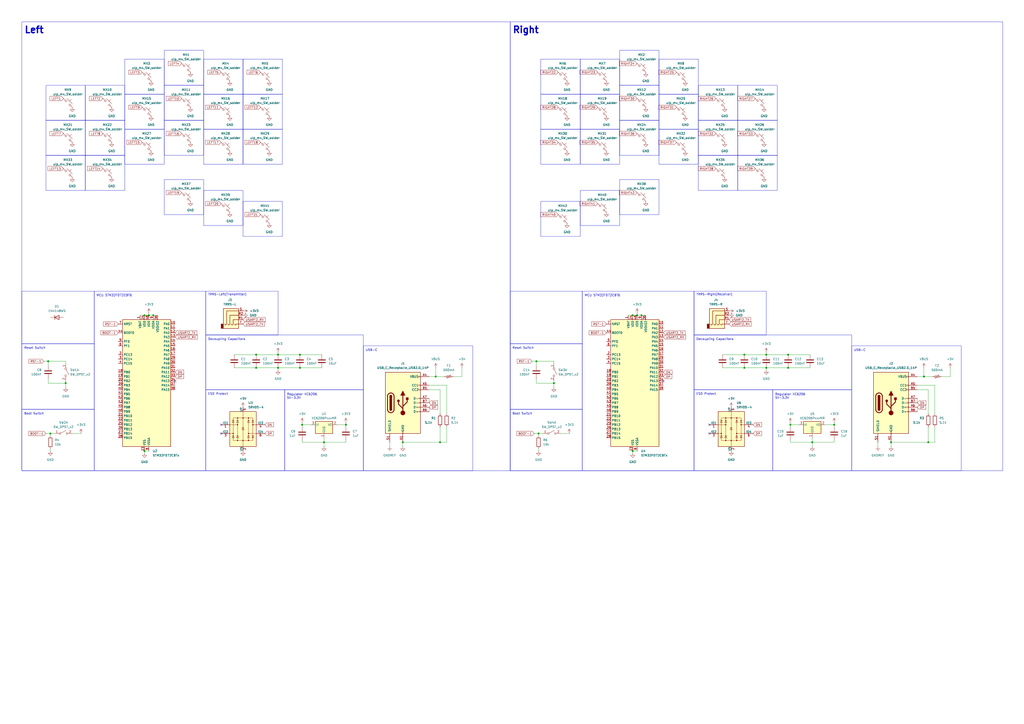
<source format=kicad_sch>
(kicad_sch (version 20250114) (generator "eeschema") (generator_version "9.0")
  (paper "A2")
  (rectangle (start 140.97 116.84) (end 163.83 137.16))
  (rectangle (start 95.25 29.21) (end 118.11 49.53))
  (rectangle (start 12.7 199.39) (end 54.61 237.49))
  (rectangle (start 427.99 69.85) (end 450.85 90.17))
  (rectangle (start 313.69 74.93) (end 336.55 95.25))
  (rectangle (start 119.38 226.06) (end 165.1 273.05))
  (rectangle (start 427.99 49.53) (end 450.85 69.85))
  (rectangle (start 359.41 104.14) (end 382.27 124.46))
  (rectangle (start 49.53 90.17) (end 72.39 110.49))
  (rectangle (start 313.69 116.84) (end 336.55 137.16))
  (rectangle (start 26.67 49.53) (end 49.53 69.85))
  (rectangle (start 165.1 226.06) (end 210.82 273.05))
  (rectangle (start 140.97 54.61) (end 163.83 74.93))
  (rectangle (start 49.53 49.53) (end 72.39 69.85))
  (rectangle (start 427.99 90.17) (end 450.85 110.49))
  (rectangle (start 210.82 200.66) (end 274.32 273.05))
  (rectangle (start 119.38 194.31) (end 210.82 226.06))
  (rectangle (start 72.39 54.61) (end 95.25 74.93))
  (rectangle (start 49.53 69.85) (end 72.39 90.17))
  (rectangle (start 402.59 226.06) (end 448.31 273.05))
  (rectangle (start 359.41 49.53) (end 382.27 69.85))
  (rectangle (start 313.69 34.29) (end 336.55 54.61))
  (rectangle (start 118.11 74.93) (end 140.97 95.25))
  (rectangle (start 118.11 54.61) (end 140.97 74.93))
  (rectangle (start 382.27 34.29) (end 405.13 54.61))
  (rectangle (start 336.55 74.93) (end 359.41 95.25))
  (rectangle (start 12.7 168.91) (end 54.61 199.39))
  (rectangle (start 402.59 194.31) (end 494.03 226.06))
  (rectangle (start 118.11 110.49) (end 140.97 130.81))
  (rectangle (start 95.25 49.53) (end 118.11 69.85))
  (rectangle (start 95.25 69.85) (end 118.11 90.17))
  (rectangle (start 405.13 49.53) (end 427.99 69.85))
  (rectangle (start 140.97 34.29) (end 163.83 54.61))
  (rectangle (start 72.39 34.29) (end 95.25 54.61))
  (rectangle (start 336.55 54.61) (end 359.41 74.93))
  (rectangle (start 26.67 90.17) (end 49.53 110.49))
  (rectangle (start 405.13 69.85) (end 427.99 90.17))
  (rectangle (start 54.61 168.91) (end 119.38 273.05))
  (rectangle (start 402.59 168.91) (end 444.5 194.31))
  (rectangle (start 494.03 200.66) (end 557.53 273.05))
  (rectangle (start 382.27 54.61) (end 405.13 74.93))
  (rectangle (start 140.97 74.93) (end 163.83 95.25))
  (rectangle (start 295.91 168.91) (end 337.82 199.39))
  (rectangle (start 118.11 34.29) (end 140.97 54.61))
  (rectangle (start 95.25 104.14) (end 118.11 124.46))
  (rectangle (start 405.13 90.17) (end 427.99 110.49))
  (rectangle (start 295.91 237.49) (end 337.82 273.05))
  (rectangle (start 119.38 168.91) (end 161.29 194.31))
  (rectangle (start 26.67 69.85) (end 49.53 90.17))
  (rectangle (start 295.91 12.7) (end 581.66 273.05))
  (rectangle (start 382.27 74.93) (end 405.13 95.25))
  (rectangle (start 336.55 34.29) (end 359.41 54.61))
  (rectangle (start 295.91 199.39) (end 337.82 237.49))
  (rectangle (start 448.31 226.06) (end 494.03 273.05))
  (rectangle (start 72.39 74.93) (end 95.25 95.25))
  (rectangle (start 313.69 54.61) (end 336.55 74.93))
  (rectangle (start 337.82 168.91) (end 402.59 273.05))
  (rectangle (start 12.7 237.49) (end 54.61 273.05))
  (rectangle (start 359.41 69.85) (end 382.27 90.17))
  (rectangle (start 12.7 12.7) (end 295.91 273.05))
  (rectangle (start 336.55 110.49) (end 359.41 130.81))
  (rectangle (start 359.41 29.21) (end 382.27 49.53))
  (text "ESD Protect" (at 120.65 228.6 0) (effects (font (size 1.27 1.27)) (justify left)))
  (text "Left" (at 13.97 15.24 0) (effects (font (size 3.81 3.81) (thickness 0.762) (bold yes)) (justify left top)))
  (text "Regulator XC6206\n5V-3.3V\n" (at 166.37 229.87 0) (effects (font (size 1.27 1.27)) (justify left)))
  (text "Boot Switch\n" (at 297.18 240.03 0) (effects (font (size 1.27 1.27)) (justify left)))
  (text "TRRS-Left(Transmitter)" (at 120.65 170.18 0) (effects (font (size 1.27 1.27)) (justify left top)))
  (text "Boot Switch\n" (at 13.97 240.03 0) (effects (font (size 1.27 1.27)) (justify left)))
  (text "Decoupling Capacitors\n" (at 120.65 196.85 0) (effects (font (size 1.27 1.27)) (justify left)))
  (text "USB-C" (at 212.09 203.2 0) (effects (font (size 1.27 1.27)) (justify left)))
  (text "Reset Switch\n" (at 297.18 201.93 0) (effects (font (size 1.27 1.27)) (justify left)))
  (text "Reset Switch\n" (at 13.97 201.93 0) (effects (font (size 1.27 1.27)) (justify left)))
  (text "Right" (at 297.18 15.24 0) (effects (font (size 3.81 3.81) (thickness 0.762) (bold yes)) (justify left top)))
  (text "Regulator XC6206\n5V-3.3V\n" (at 449.58 229.87 0) (effects (font (size 1.27 1.27)) (justify left)))
  (text "MCU STM32F072CBT6" (at 339.09 171.45 0) (effects (font (size 1.27 1.27)) (justify left)))
  (text "MCU STM32F072CBT6" (at 55.88 171.45 0) (effects (font (size 1.27 1.27)) (justify left)))
  (text "ESD Protect" (at 403.86 228.6 0) (effects (font (size 1.27 1.27)) (justify left)))
  (text "USB-C" (at 495.3 203.2 0) (effects (font (size 1.27 1.27)) (justify left)))
  (text "Decoupling Capacitors\n" (at 403.86 196.85 0) (effects (font (size 1.27 1.27)) (justify left)))
  (text "TRRS-Right(Receiver)" (at 403.86 170.18 0) (effects (font (size 1.27 1.27)) (justify left top)))
  (junction (at 312.42 251.46))
  (junction (at 173.99 205.74))
  (junction (at 444.5 213.36))
  (junction (at 372.11 182.88))
  (junction (at 458.47 246.38))
  (junction (at 431.8 213.36))
  (junction (at 321.31 222.25))
  (junction (at 86.36 182.88))
  (junction (at 148.59 213.36))
  (junction (at 83.82 261.62))
  (junction (at 233.68 256.54))
  (junction (at 187.96 256.54))
  (junction (at 538.48 256.54))
  (junction (at 27.94 209.55))
  (junction (at 431.8 205.74))
  (junction (at 200.66 246.38))
  (junction (at 367.03 261.62))
  (junction (at 175.26 246.38))
  (junction (at 369.57 182.88))
  (junction (at 483.87 246.38))
  (junction (at 367.03 182.88))
  (junction (at 173.99 213.36))
  (junction (at 29.21 251.46))
  (junction (at 516.89 256.54))
  (junction (at 471.17 256.54))
  (junction (at 161.29 205.74))
  (junction (at 444.5 205.74))
  (junction (at 88.9 182.88))
  (junction (at 457.2 205.74))
  (junction (at 255.27 256.54))
  (junction (at 83.82 182.88))
  (junction (at 252.73 218.44))
  (junction (at 161.29 213.36))
  (junction (at 535.94 218.44))
  (junction (at 311.15 209.55))
  (junction (at 38.1 222.25))
  (junction (at 148.59 205.74))
  (junction (at 457.2 213.36))
  (no_connect (at 411.48 246.38))
  (no_connect (at 384.81 220.98))
  (no_connect (at 411.48 251.46))
  (no_connect (at 128.27 246.38))
  (no_connect (at 128.27 251.46))
  (no_connect (at 101.6 220.98))
  (wire (pts (xy 321.31 209.55) (xy 321.31 210.82)))
  (wire (pts (xy 532.13 223.52) (xy 542.29 223.52)))
  (wire (pts (xy 463.55 246.38) (xy 458.47 246.38)))
  (wire (pts (xy 27.94 222.25) (xy 38.1 222.25)))
  (wire (pts (xy 311.15 222.25) (xy 321.31 222.25)))
  (wire (pts (xy 226.06 259.08) (xy 226.06 256.54)))
  (wire (pts (xy 471.17 256.54) (xy 471.17 259.08)))
  (wire (pts (xy 248.92 218.44) (xy 252.73 218.44)))
  (wire (pts (xy 458.47 256.54) (xy 471.17 256.54)))
  (wire (pts (xy 267.97 213.36) (xy 267.97 218.44)))
  (wire (pts (xy 255.27 226.06) (xy 255.27 240.03)))
  (wire (pts (xy 248.92 226.06) (xy 255.27 226.06)))
  (wire (pts (xy 516.89 256.54) (xy 538.48 256.54)))
  (wire (pts (xy 161.29 205.74) (xy 173.99 205.74)))
  (wire (pts (xy 248.92 231.14) (xy 248.92 233.68)))
  (wire (pts (xy 83.82 182.88) (xy 86.36 182.88)))
  (wire (pts (xy 538.48 256.54) (xy 542.29 256.54)))
  (wire (pts (xy 457.2 205.74) (xy 469.9 205.74)))
  (wire (pts (xy 161.29 213.36) (xy 173.99 213.36)))
  (wire (pts (xy 535.94 218.44) (xy 541.02 218.44)))
  (wire (pts (xy 38.1 222.25) (xy 38.1 224.79)))
  (wire (pts (xy 471.17 256.54) (xy 483.87 256.54)))
  (wire (pts (xy 259.08 223.52) (xy 259.08 240.03)))
  (wire (pts (xy 369.57 181.61) (xy 369.57 182.88)))
  (wire (pts (xy 27.94 209.55) (xy 27.94 212.09)))
  (wire (pts (xy 444.5 213.36) (xy 444.5 214.63)))
  (wire (pts (xy 419.1 213.36) (xy 431.8 213.36)))
  (wire (pts (xy 309.88 251.46) (xy 312.42 251.46)))
  (wire (pts (xy 532.13 231.14) (xy 532.13 233.68)))
  (wire (pts (xy 195.58 246.38) (xy 200.66 246.38)))
  (wire (pts (xy 27.94 209.55) (xy 38.1 209.55)))
  (wire (pts (xy 173.99 213.36) (xy 186.69 213.36)))
  (wire (pts (xy 83.82 261.62) (xy 86.36 261.62)))
  (wire (pts (xy 538.48 247.65) (xy 538.48 256.54)))
  (wire (pts (xy 535.94 213.36) (xy 535.94 218.44)))
  (wire (pts (xy 367.03 261.62) (xy 367.03 262.89)))
  (wire (pts (xy 233.68 256.54) (xy 255.27 256.54)))
  (wire (pts (xy 471.17 254) (xy 471.17 256.54)))
  (wire (pts (xy 200.66 246.38) (xy 200.66 247.65)))
  (wire (pts (xy 444.5 205.74) (xy 457.2 205.74)))
  (wire (pts (xy 27.94 219.71) (xy 27.94 222.25)))
  (wire (pts (xy 509.27 259.08) (xy 509.27 256.54)))
  (wire (pts (xy 248.92 236.22) (xy 248.92 238.76)))
  (wire (pts (xy 483.87 245.11) (xy 483.87 246.38)))
  (wire (pts (xy 26.67 251.46) (xy 29.21 251.46)))
  (wire (pts (xy 431.8 205.74) (xy 444.5 205.74)))
  (wire (pts (xy 135.89 205.74) (xy 148.59 205.74)))
  (wire (pts (xy 148.59 205.74) (xy 161.29 205.74)))
  (wire (pts (xy 444.5 204.47) (xy 444.5 205.74)))
  (wire (pts (xy 262.89 218.44) (xy 267.97 218.44)))
  (wire (pts (xy 173.99 205.74) (xy 186.69 205.74)))
  (wire (pts (xy 255.27 247.65) (xy 255.27 256.54)))
  (wire (pts (xy 321.31 222.25) (xy 321.31 220.98)))
  (wire (pts (xy 542.29 223.52) (xy 542.29 240.03)))
  (wire (pts (xy 551.18 213.36) (xy 551.18 218.44)))
  (wire (pts (xy 431.8 213.36) (xy 444.5 213.36)))
  (wire (pts (xy 29.21 251.46) (xy 29.21 252.73)))
  (wire (pts (xy 175.26 256.54) (xy 187.96 256.54)))
  (wire (pts (xy 478.79 246.38) (xy 483.87 246.38)))
  (wire (pts (xy 29.21 251.46) (xy 31.75 251.46)))
  (wire (pts (xy 200.66 255.27) (xy 200.66 256.54)))
  (wire (pts (xy 187.96 254) (xy 187.96 256.54)))
  (wire (pts (xy 233.68 259.08) (xy 233.68 256.54)))
  (wire (pts (xy 252.73 213.36) (xy 252.73 218.44)))
  (wire (pts (xy 83.82 261.62) (xy 83.82 262.89)))
  (wire (pts (xy 38.1 222.25) (xy 38.1 220.98)))
  (wire (pts (xy 538.48 226.06) (xy 538.48 240.03)))
  (wire (pts (xy 81.28 182.88) (xy 83.82 182.88)))
  (wire (pts (xy 311.15 209.55) (xy 311.15 212.09)))
  (wire (pts (xy 311.15 209.55) (xy 321.31 209.55)))
  (wire (pts (xy 161.29 213.36) (xy 161.29 214.63)))
  (wire (pts (xy 311.15 219.71) (xy 311.15 222.25)))
  (wire (pts (xy 175.26 246.38) (xy 175.26 247.65)))
  (wire (pts (xy 532.13 218.44) (xy 535.94 218.44)))
  (wire (pts (xy 41.91 251.46) (xy 46.99 251.46)))
  (wire (pts (xy 516.89 259.08) (xy 516.89 256.54)))
  (wire (pts (xy 175.26 255.27) (xy 175.26 256.54)))
  (wire (pts (xy 175.26 245.11) (xy 175.26 246.38)))
  (wire (pts (xy 161.29 204.47) (xy 161.29 205.74)))
  (wire (pts (xy 180.34 246.38) (xy 175.26 246.38)))
  (wire (pts (xy 187.96 256.54) (xy 200.66 256.54)))
  (wire (pts (xy 200.66 245.11) (xy 200.66 246.38)))
  (wire (pts (xy 25.4 209.55) (xy 27.94 209.55)))
  (wire (pts (xy 458.47 246.38) (xy 458.47 247.65)))
  (wire (pts (xy 325.12 251.46) (xy 330.2 251.46)))
  (wire (pts (xy 321.31 222.25) (xy 321.31 224.79)))
  (wire (pts (xy 255.27 256.54) (xy 259.08 256.54)))
  (wire (pts (xy 29.21 260.35) (xy 29.21 261.62)))
  (wire (pts (xy 483.87 246.38) (xy 483.87 247.65)))
  (wire (pts (xy 248.92 223.52) (xy 259.08 223.52)))
  (wire (pts (xy 419.1 205.74) (xy 431.8 205.74)))
  (wire (pts (xy 532.13 226.06) (xy 538.48 226.06)))
  (wire (pts (xy 483.87 255.27) (xy 483.87 256.54)))
  (wire (pts (xy 86.36 181.61) (xy 86.36 182.88)))
  (wire (pts (xy 532.13 236.22) (xy 532.13 238.76)))
  (wire (pts (xy 148.59 213.36) (xy 161.29 213.36)))
  (wire (pts (xy 312.42 251.46) (xy 314.96 251.46)))
  (wire (pts (xy 187.96 256.54) (xy 187.96 259.08)))
  (wire (pts (xy 369.57 182.88) (xy 372.11 182.88)))
  (wire (pts (xy 38.1 209.55) (xy 38.1 210.82)))
  (wire (pts (xy 457.2 213.36) (xy 469.9 213.36)))
  (wire (pts (xy 86.36 182.88) (xy 88.9 182.88)))
  (wire (pts (xy 259.08 247.65) (xy 259.08 256.54)))
  (wire (pts (xy 312.42 251.46) (xy 312.42 252.73)))
  (wire (pts (xy 135.89 213.36) (xy 148.59 213.36)))
  (wire (pts (xy 367.03 182.88) (xy 369.57 182.88)))
  (wire (pts (xy 444.5 213.36) (xy 457.2 213.36)))
  (wire (pts (xy 458.47 245.11) (xy 458.47 246.38)))
  (wire (pts (xy 546.1 218.44) (xy 551.18 218.44)))
  (wire (pts (xy 312.42 260.35) (xy 312.42 261.62)))
  (wire (pts (xy 367.03 261.62) (xy 369.57 261.62)))
  (wire (pts (xy 542.29 247.65) (xy 542.29 256.54)))
  (wire (pts (xy 88.9 182.88) (xy 91.44 182.88)))
  (wire (pts (xy 252.73 218.44) (xy 257.81 218.44)))
  (wire (pts (xy 364.49 182.88) (xy 367.03 182.88)))
  (wire (pts (xy 308.61 209.55) (xy 311.15 209.55)))
  (wire (pts (xy 458.47 255.27) (xy 458.47 256.54)))
  (wire (pts (xy 372.11 182.88) (xy 374.65 182.88)))
  (global_label "USART2_TX" (shape input) (at 101.6 193.04 0) (property "Intersheetrefs" "${INTERSHEET_REFS}" (effects (hide yes))))
  (global_label "RIGHT23" (shape input) (at 346.71 41.91 180) (property "Intersheetrefs" "${INTERSHEET_REFS}" (effects (hide yes))))
  (global_label "DN" (shape input) (at 101.6 215.9 0) (property "Intersheetrefs" "${INTERSHEET_REFS}" (effects (hide yes))))
  (global_label "LEFT6" (shape input) (at 151.13 41.91 180) (property "Intersheetrefs" "${INTERSHEET_REFS}" (effects (hide yes))))
  (global_label "LEFT5" (shape input) (at 128.27 41.91 180) (property "Intersheetrefs" "${INTERSHEET_REFS}" (effects (hide yes))))
  (global_label "USART2_RX" (shape input) (at 101.6 195.58 0) (property "Intersheetrefs" "${INTERSHEET_REFS}" (effects (hide yes))))
  (global_label "DN" (shape input) (at 532.13 233.68 0) (property "Intersheetrefs" "${INTERSHEET_REFS}" (effects (hide yes))))
  (global_label "DN" (shape input) (at 436.88 246.38 0) (property "Intersheetrefs" "${INTERSHEET_REFS}" (effects (hide yes))))
  (global_label "LEFT12" (shape input) (at 151.13 62.23 180) (property "Intersheetrefs" "${INTERSHEET_REFS}" (effects (hide yes))))
  (global_label "RIGHT24" (shape input) (at 369.57 36.83 180) (property "Intersheetrefs" "${INTERSHEET_REFS}" (effects (hide yes))))
  (global_label "RIGHT31" (shape input) (at 392.43 62.23 180) (property "Intersheetrefs" "${INTERSHEET_REFS}" (effects (hide yes))))
  (global_label "LEFT15" (shape input) (at 82.55 82.55 180) (property "Intersheetrefs" "${INTERSHEET_REFS}" (effects (hide yes))))
  (global_label "RIGHT29" (shape input) (at 346.71 62.23 180) (property "Intersheetrefs" "${INTERSHEET_REFS}" (effects (hide yes))))
  (global_label "BOOT-1" (shape input) (at 351.79 193.04 180) (property "Intersheetrefs" "${INTERSHEET_REFS}" (effects (hide yes))))
  (global_label "RIGHT26" (shape input) (at 415.29 57.15 180) (property "Intersheetrefs" "${INTERSHEET_REFS}" (effects (hide yes))))
  (global_label "RIGHT35" (shape input) (at 346.71 82.55 180) (property "Intersheetrefs" "${INTERSHEET_REFS}" (effects (hide yes))))
  (global_label "LEFT3" (shape input) (at 82.55 41.91 180) (property "Intersheetrefs" "${INTERSHEET_REFS}" (effects (hide yes))))
  (global_label "LEFT21" (shape input) (at 151.13 124.46 180) (property "Intersheetrefs" "${INTERSHEET_REFS}" (effects (hide yes))))
  (global_label "RST-1" (shape input) (at 68.58 187.96 180) (property "Intersheetrefs" "${INTERSHEET_REFS}" (effects (hide yes))))
  (global_label "LEFT1" (shape input) (at 36.83 57.15 180) (property "Intersheetrefs" "${INTERSHEET_REFS}" (effects (hide yes))))
  (global_label "LEFT8" (shape input) (at 59.69 77.47 180) (property "Intersheetrefs" "${INTERSHEET_REFS}" (effects (hide yes))))
  (global_label "BOOT-1" (shape input) (at 309.88 251.46 180) (property "Intersheetrefs" "${INTERSHEET_REFS}" (effects (hide yes))))
  (global_label "DP" (shape input) (at 248.92 236.22 0) (property "Intersheetrefs" "${INTERSHEET_REFS}" (effects (hide yes))))
  (global_label "USART2_TX" (shape input) (at 384.81 193.04 0) (property "Intersheetrefs" "${INTERSHEET_REFS}" (effects (hide yes))))
  (global_label "RIGHT37" (shape input) (at 392.43 82.55 180) (property "Intersheetrefs" "${INTERSHEET_REFS}" (effects (hide yes))))
  (global_label "USART2_TX" (shape input) (at 140.97 187.96 0) (property "Intersheetrefs" "${INTERSHEET_REFS}" (effects (hide yes))))
  (global_label "RST-1" (shape input) (at 25.4 209.55 180) (property "Intersheetrefs" "${INTERSHEET_REFS}" (effects (hide yes))))
  (global_label "LEFT20" (shape input) (at 128.27 118.11 180) (property "Intersheetrefs" "${INTERSHEET_REFS}" (effects (hide yes))))
  (global_label "RST-1" (shape input) (at 351.79 187.96 180) (property "Intersheetrefs" "${INTERSHEET_REFS}" (effects (hide yes))))
  (global_label "LEFT13" (shape input) (at 36.83 97.79 180) (property "Intersheetrefs" "${INTERSHEET_REFS}" (effects (hide yes))))
  (global_label "RIGHT32" (shape input) (at 415.29 77.47 180) (property "Intersheetrefs" "${INTERSHEET_REFS}" (effects (hide yes))))
  (global_label "LEFT4" (shape input) (at 105.41 36.83 180) (property "Intersheetrefs" "${INTERSHEET_REFS}" (effects (hide yes))))
  (global_label "LEFT16" (shape input) (at 105.41 77.47 180) (property "Intersheetrefs" "${INTERSHEET_REFS}" (effects (hide yes))))
  (global_label "DN" (shape input) (at 153.67 246.38 0) (property "Intersheetrefs" "${INTERSHEET_REFS}" (effects (hide yes))))
  (global_label "DP" (shape input) (at 384.81 218.44 0) (property "Intersheetrefs" "${INTERSHEET_REFS}" (effects (hide yes))))
  (global_label "USART2_RX" (shape input) (at 384.81 195.58 0) (property "Intersheetrefs" "${INTERSHEET_REFS}" (effects (hide yes))))
  (global_label "LEFT19" (shape input) (at 105.41 111.76 180) (property "Intersheetrefs" "${INTERSHEET_REFS}" (effects (hide yes))))
  (global_label "LEFT9" (shape input) (at 82.55 62.23 180) (property "Intersheetrefs" "${INTERSHEET_REFS}" (effects (hide yes))))
  (global_label "DP" (shape input) (at 532.13 236.22 0) (property "Intersheetrefs" "${INTERSHEET_REFS}" (effects (hide yes))))
  (global_label "USART2_RX" (shape input) (at 422.91 187.96 0) (property "Intersheetrefs" "${INTERSHEET_REFS}" (effects (hide yes))))
  (global_label "DP" (shape input) (at 153.67 251.46 0) (property "Intersheetrefs" "${INTERSHEET_REFS}" (effects (hide yes))))
  (global_label "RST-1" (shape input) (at 308.61 209.55 180) (property "Intersheetrefs" "${INTERSHEET_REFS}" (effects (hide yes))))
  (global_label "BOOT-1" (shape input) (at 68.58 193.04 180) (property "Intersheetrefs" "${INTERSHEET_REFS}" (effects (hide yes))))
  (global_label "DN" (shape input) (at 248.92 233.68 0) (property "Intersheetrefs" "${INTERSHEET_REFS}" (effects (hide yes))))
  (global_label "LEFT2" (shape input) (at 59.69 57.15 180) (property "Intersheetrefs" "${INTERSHEET_REFS}" (effects (hide yes))))
  (global_label "LEFT17" (shape input) (at 128.27 82.55 180) (property "Intersheetrefs" "${INTERSHEET_REFS}" (effects (hide yes))))
  (global_label "LEFT7" (shape input) (at 36.83 77.47 180) (property "Intersheetrefs" "${INTERSHEET_REFS}" (effects (hide yes))))
  (global_label "RIGHT36" (shape input) (at 369.57 77.47 180) (property "Intersheetrefs" "${INTERSHEET_REFS}" (effects (hide yes))))
  (global_label "RIGHT30" (shape input) (at 369.57 57.15 180) (property "Intersheetrefs" "${INTERSHEET_REFS}" (effects (hide yes))))
  (global_label "RIGHT42" (shape input) (at 369.57 111.76 180) (property "Intersheetrefs" "${INTERSHEET_REFS}" (effects (hide yes))))
  (global_label "LEFT11" (shape input) (at 128.27 62.23 180) (property "Intersheetrefs" "${INTERSHEET_REFS}" (effects (hide yes))))
  (global_label "DP" (shape input) (at 101.6 218.44 0) (property "Intersheetrefs" "${INTERSHEET_REFS}" (effects (hide yes))))
  (global_label "LEFT14" (shape input) (at 59.69 97.79 180) (property "Intersheetrefs" "${INTERSHEET_REFS}" (effects (hide yes))))
  (global_label "LEFT18" (shape input) (at 151.13 82.55 180) (property "Intersheetrefs" "${INTERSHEET_REFS}" (effects (hide yes))))
  (global_label "DN" (shape input) (at 384.81 215.9 0) (property "Intersheetrefs" "${INTERSHEET_REFS}" (effects (hide yes))))
  (global_label "RIGHT33" (shape input) (at 438.15 77.47 180) (property "Intersheetrefs" "${INTERSHEET_REFS}" (effects (hide yes))))
  (global_label "RIGHT22" (shape input) (at 323.85 41.91 180) (property "Intersheetrefs" "${INTERSHEET_REFS}" (effects (hide yes))))
  (global_label "RIGHT38" (shape input) (at 415.29 97.79 180) (property "Intersheetrefs" "${INTERSHEET_REFS}" (effects (hide yes))))
  (global_label "RIGHT41" (shape input) (at 346.71 118.11 180) (property "Intersheetrefs" "${INTERSHEET_REFS}" (effects (hide yes))))
  (global_label "USART2_RX" (shape input) (at 140.97 185.42 0) (property "Intersheetrefs" "${INTERSHEET_REFS}" (effects (hide yes))))
  (global_label "RIGHT28" (shape input) (at 323.85 62.23 180) (property "Intersheetrefs" "${INTERSHEET_REFS}" (effects (hide yes))))
  (global_label "USART2_TX" (shape input) (at 422.91 185.42 0) (property "Intersheetrefs" "${INTERSHEET_REFS}" (effects (hide yes))))
  (global_label "LEFT10" (shape input) (at 105.41 57.15 180) (property "Intersheetrefs" "${INTERSHEET_REFS}" (effects (hide yes))))
  (global_label "RIGHT25" (shape input) (at 392.43 41.91 180) (property "Intersheetrefs" "${INTERSHEET_REFS}" (effects (hide yes))))
  (global_label "RIGHT40" (shape input) (at 323.85 124.46 180) (property "Intersheetrefs" "${INTERSHEET_REFS}" (effects (hide yes))))
  (global_label "RIGHT39" (shape input) (at 438.15 97.79 180) (property "Intersheetrefs" "${INTERSHEET_REFS}" (effects (hide yes))))
  (global_label "BOOT-1" (shape input) (at 26.67 251.46 180) (property "Intersheetrefs" "${INTERSHEET_REFS}" (effects (hide yes))))
  (global_label "RIGHT34" (shape input) (at 323.85 82.55 180) (property "Intersheetrefs" "${INTERSHEET_REFS}" (effects (hide yes))))
  (global_label "RIGHT27" (shape input) (at 438.15 57.15 180) (property "Intersheetrefs" "${INTERSHEET_REFS}" (effects (hide yes))))
  (global_label "DP" (shape input) (at 436.88 251.46 0) (property "Intersheetrefs" "${INTERSHEET_REFS}" (effects (hide yes))))
  (symbol (lib_id "PCM_marbastlib-choc:choc_v1_SW_solder") (at 107.95 39.37 0) (unit 1)
    (property "Reference" "MX1" (at 107.95 31.75 0))
    (property "Value" "ulp_mx_SW_solder" (at 107.95 34.29 0))
    (property "Footprint" "My-Fi Footprints:SW_MX_ULP_1u_Plate" (effects (hide yes)))
    (property "Description" "Push button switch, normally open, two pins, 45° tilted" (effects (hide yes)))
  )
  (symbol (lib_id "power:VBUS") (at 535.94 213.36 0) (unit 1)
    (property "Reference" "#PWR018" (effects (hide yes)))
    (property "Value" "VBUS" (at 535.94 208.28 0))
    (property "Description" "Power symbol creates a global label with name \"VBUS\"" (effects (hide yes)))
  )
  (symbol (lib_id "power:GND") (at 397.51 87.63 0) (unit 1)
    (property "Reference" "#PWR072" (effects (hide yes)))
    (property "Value" "GND" (at 397.51 92.71 0))
    (property "Description" "Power symbol creates a global label with name \"GND\" , ground" (effects (hide yes)))
  )
  (symbol (lib_id "power:GND") (at 140.97 261.62 0) (unit 1)
    (property "Reference" "#PWR016" (effects (hide yes)))
    (property "Value" "GND" (at 140.97 266.7 0))
    (property "Description" "Power symbol creates a global label with name \"GND\" , ground" (effects (hide yes)))
  )
  (symbol (lib_id "Device:C") (at 135.89 209.55 0) (unit 1)
    (property "Reference" "C1" (at 139.7 208.2799 0) (effects (justify left)))
    (property "Value" "100nF" (at 139.7 210.8199 0) (effects (justify left)))
    (property "Footprint" "Capacitor_SMD:C_0402_1005Metric" (effects (hide yes)))
    (property "Description" "Unpolarized capacitor" (effects (hide yes)))
  )
  (symbol (lib_id "Device:C") (at 444.5 209.55 0) (unit 1)
    (property "Reference" "C11" (at 448.31 208.2799 0) (effects (justify left)))
    (property "Value" "100nF" (at 448.31 210.8199 0) (effects (justify left)))
    (property "Footprint" "Capacitor_SMD:C_0402_1005Metric" (effects (hide yes)))
    (property "Description" "Unpolarized capacitor" (effects (hide yes)))
  )
  (symbol (lib_id "power:GND") (at 351.79 87.63 0) (unit 1)
    (property "Reference" "#PWR070" (effects (hide yes)))
    (property "Value" "GND" (at 351.79 92.71 0))
    (property "Description" "Power symbol creates a global label with name \"GND\" , ground" (effects (hide yes)))
  )
  (symbol (lib_id "PCM_marbastlib-choc:choc_v1_SW_solder") (at 130.81 85.09 0) (unit 1)
    (property "Reference" "MX28" (at 130.81 77.47 0))
    (property "Value" "ulp_mx_SW_solder" (at 130.81 80.01 0))
    (property "Footprint" "My-Fi Footprints:SW_MX_ULP_1u_Plate" (effects (hide yes)))
    (property "Description" "Push button switch, normally open, two pins, 45° tilted" (effects (hide yes)))
  )
  (symbol (lib_id "Device:Polyfuse_Small") (at 543.56 218.44 90) (unit 1)
    (property "Reference" "F2" (at 543.56 212.09 90))
    (property "Value" "500mA" (at 543.56 214.63 90))
    (property "Footprint" "Fuse:Fuse_1206_3216Metric" (effects (hide yes)))
    (property "LCSC" "C70076" (effects (hide yes)))
  )
  (symbol (lib_id "MCU_ST_STM32F0:STM32F072CBTx") (at 83.82 223.52 0) (unit 1)
    (property "Reference" "U2" (at 88.5541 261.62 0) (effects (justify left)))
    (property "Value" "STM32F072CBTx" (at 88.5541 264.16 0) (effects (justify left)))
    (property "Footprint" "Package_QFP:LQFP-48_7x7mm_P0.5mm" (effects (hide yes)))
    (property "Datasheet" "https://www.st.com/resource/en/datasheet/stm32f072cb.pdf" (effects (hide yes)))
    (property "Description" "STMicroelectronics Arm Cortex-M0 MCU, 128KB flash, 16KB RAM, 48 MHz, 2.0-3.6V, 37 GPIO, LQFP48" (effects (hide yes)))
    (property "MPN" "C81720" (effects (hide yes)))
  )
  (symbol (lib_id "PCM_marbastlib-choc:choc_v1_SW_solder") (at 107.95 80.01 0) (unit 1)
    (property "Reference" "MX23" (at 107.95 72.39 0))
    (property "Value" "ulp_mx_SW_solder" (at 107.95 74.93 0))
    (property "Footprint" "My-Fi Footprints:SW_MX_ULP_1u_Plate" (effects (hide yes)))
    (property "Description" "Push button switch, normally open, two pins, 45° tilted" (effects (hide yes)))
  )
  (symbol (lib_id "PCM_marbastlib-choc:choc_v1_SW_solder") (at 326.39 44.45 0) (unit 1)
    (property "Reference" "MX6" (at 326.39 36.83 0))
    (property "Value" "ulp_mx_SW_solder" (at 326.39 39.37 0))
    (property "Footprint" "My-Fi Footprints:SW_MX_ULP_1u_Plate" (effects (hide yes)))
    (property "Description" "Push button switch, normally open, two pins, 45° tilted" (effects (hide yes)))
  )
  (symbol (lib_id "power:GND") (at 64.77 102.87 0) (unit 1)
    (property "Reference" "#PWR049" (effects (hide yes)))
    (property "Value" "GND" (at 64.77 107.95 0))
    (property "Description" "Power symbol creates a global label with name \"GND\" , ground" (effects (hide yes)))
  )
  (symbol (lib_id "power:GND") (at 110.49 82.55 0) (unit 1)
    (property "Reference" "#PWR051" (effects (hide yes)))
    (property "Value" "GND" (at 110.49 87.63 0))
    (property "Description" "Power symbol creates a global label with name \"GND\" , ground" (effects (hide yes)))
  )
  (symbol (lib_id "power:GND") (at 87.63 67.31 0) (unit 1)
    (property "Reference" "#PWR044" (effects (hide yes)))
    (property "Value" "GND" (at 87.63 72.39 0))
    (property "Description" "Power symbol creates a global label with name \"GND\" , ground" (effects (hide yes)))
  )
  (symbol (lib_id "power:GND") (at 374.65 82.55 0) (unit 1)
    (property "Reference" "#PWR071" (effects (hide yes)))
    (property "Value" "GND" (at 374.65 87.63 0))
    (property "Description" "Power symbol creates a global label with name \"GND\" , ground" (effects (hide yes)))
  )
  (symbol (lib_id "PCM_marbastlib-choc:choc_v1_SW_solder") (at 372.11 39.37 0) (unit 1)
    (property "Reference" "MX2" (at 372.11 31.75 0))
    (property "Value" "ulp_mx_SW_solder" (at 372.11 34.29 0))
    (property "Footprint" "My-Fi Footprints:SW_MX_ULP_1u_Plate" (effects (hide yes)))
    (property "Description" "Push button switch, normally open, two pins, 45° tilted" (effects (hide yes)))
  )
  (symbol (lib_id "power:+3V3") (at 422.91 180.34 270) (unit 1)
    (property "Reference" "#PWR036" (effects (hide yes)))
    (property "Value" "+3V3" (at 426.72 180.34 90) (effects (justify left)))
    (property "Description" "Power symbol creates a global label with name \"+3V3\"" (effects (hide yes)))
  )
  (symbol (lib_id "Diode:1N4148WS") (at 33.02 184.15 0) (unit 1)
    (property "Reference" "D1" (at 33.02 177.8 0))
    (property "Value" "1N4148WS" (at 33.02 180.34 0))
    (property "Footprint" "Diode_SMD:D_SOD-323" (effects (hide yes)))
    (property "Datasheet" "https://www.vishay.com/docs/85751/1n4148ws.pdf" (effects (hide yes)))
    (property "Description" "75V 0.15A Fast switching Diode, SOD-323" (effects (hide yes)))
    (property "Sim.Device" "D" (effects (hide yes)))
    (property "Sim.Pins" "1=K 2=A" (effects (hide yes)))
  )
  (symbol (lib_id "power:+5V") (at 140.97 236.22 0) (unit 1)
    (property "Reference" "#PWR011" (effects (hide yes)))
    (property "Value" "+5V" (at 140.97 231.14 0))
    (property "Description" "Power symbol creates a global label with name \"+5V\"" (effects (hide yes)))
  )
  (symbol (lib_id "PCM_marbastlib-choc:choc_v1_SW_solder") (at 394.97 44.45 0) (unit 1)
    (property "Reference" "MX8" (at 394.97 36.83 0))
    (property "Value" "ulp_mx_SW_solder" (at 394.97 39.37 0))
    (property "Footprint" "My-Fi Footprints:SW_MX_ULP_1u_Plate" (effects (hide yes)))
    (property "Description" "Push button switch, normally open, two pins, 45° tilted" (effects (hide yes)))
  )
  (symbol (lib_id "power:+3V3") (at 369.57 181.61 0) (unit 1)
    (property "Reference" "#PWR012" (effects (hide yes)))
    (property "Value" "+3V3" (at 369.57 176.53 0))
    (property "Description" "Power symbol creates a global label with name \"+3V3\"" (effects (hide yes)))
  )
  (symbol (lib_id "Device:R") (at 29.21 256.54 0) (unit 1)
    (property "Reference" "R4" (at 31.75 255.2699 0) (effects (justify left)))
    (property "Value" "10k" (at 31.75 257.8099 0) (effects (justify left)))
    (property "Footprint" "Resistor_SMD:R_0402_1005Metric" (effects (hide yes)))
    (property "Description" "Resistor" (effects (hide yes)))
  )
  (symbol (lib_id "power:GND") (at 351.79 67.31 0) (unit 1)
    (property "Reference" "#PWR064" (effects (hide yes)))
    (property "Value" "GND" (at 351.79 72.39 0))
    (property "Description" "Power symbol creates a global label with name \"GND\" , ground" (effects (hide yes)))
  )
  (symbol (lib_id "power:GND") (at 29.21 261.62 0) (unit 1)
    (property "Reference" "#PWR015" (effects (hide yes)))
    (property "Value" "GND" (at 29.21 266.7 0))
    (property "Description" "Power symbol creates a global label with name \"GND\" , ground" (effects (hide yes)))
  )
  (symbol (lib_id "power:GND") (at 133.35 67.31 0) (unit 1)
    (property "Reference" "#PWR046" (effects (hide yes)))
    (property "Value" "GND" (at 133.35 72.39 0))
    (property "Description" "Power symbol creates a global label with name \"GND\" , ground" (effects (hide yes)))
  )
  (symbol (lib_id "power:+5V") (at 458.47 245.11 0) (unit 1)
    (property "Reference" "#PWR023" (effects (hide yes)))
    (property "Value" "+5V" (at 458.47 240.03 0))
    (property "Description" "Power symbol creates a global label with name \"+5V\"" (effects (hide yes)))
  )
  (symbol (lib_id "Device:C") (at 419.1 209.55 0) (unit 1)
    (property "Reference" "C9" (at 422.91 208.2799 0) (effects (justify left)))
    (property "Value" "100nF" (at 422.91 210.8199 0) (effects (justify left)))
    (property "Footprint" "Capacitor_SMD:C_0402_1005Metric" (effects (hide yes)))
    (property "Description" "Unpolarized capacitor" (effects (hide yes)))
  )
  (symbol (lib_id "power:GND") (at 64.77 62.23 0) (unit 1)
    (property "Reference" "#PWR037" (effects (hide yes)))
    (property "Value" "GND" (at 64.77 67.31 0))
    (property "Description" "Power symbol creates a global label with name \"GND\" , ground" (effects (hide yes)))
  )
  (symbol (lib_id "power:GND") (at 38.1 224.79 0) (unit 1)
    (property "Reference" "#PWR09" (effects (hide yes)))
    (property "Value" "GND" (at 38.1 229.87 0))
    (property "Description" "Power symbol creates a global label with name \"GND\" , ground" (effects (hide yes)))
  )
  (symbol (lib_id "power:GND") (at 422.91 182.88 90) (unit 1)
    (property "Reference" "#PWR035" (effects (hide yes)))
    (property "Value" "GND" (at 426.72 182.8799 90) (effects (justify right)))
    (property "Description" "Power symbol creates a global label with name \"GND\" , ground" (effects (hide yes)))
  )
  (symbol (lib_id "Power_Protection:SRV05-4") (at 140.97 248.92 0) (unit 1)
    (property "Reference" "U3" (at 143.9865 233.68 0) (effects (justify left)))
    (property "Value" "SRV05-4" (at 143.9865 236.22 0) (effects (justify left)))
    (property "Footprint" "Package_TO_SOT_SMD:SOT-23-6" (effects (hide yes)))
    (property "Datasheet" "http://www.onsemi.com/pub/Collateral/SRV05-4-D.PDF" (effects (hide yes)))
    (property "Description" "ESD Protection Diodes with Low Clamping Voltage, SOT-23-6" (effects (hide yes)))
    (property "MPN" "C7420376" (effects (hide yes)))
  )
  (symbol (lib_id "power:GND") (at 328.93 129.54 0) (unit 1)
    (property "Reference" "#PWR075" (effects (hide yes)))
    (property "Value" "GND" (at 328.93 134.62 0))
    (property "Description" "Power symbol creates a global label with name \"GND\" , ground" (effects (hide yes)))
  )
  (symbol (lib_id "power:GND") (at 374.65 62.23 0) (unit 1)
    (property "Reference" "#PWR065" (effects (hide yes)))
    (property "Value" "GND" (at 374.65 67.31 0))
    (property "Description" "Power symbol creates a global label with name \"GND\" , ground" (effects (hide yes)))
  )
  (symbol (lib_id "PCM_marbastlib-choc:choc_v1_SW_solder") (at 372.11 59.69 0) (unit 1)
    (property "Reference" "MX12" (at 372.11 52.07 0))
    (property "Value" "ulp_mx_SW_solder" (at 372.11 54.61 0))
    (property "Footprint" "My-Fi Footprints:SW_MX_ULP_1u_Plate" (effects (hide yes)))
    (property "Description" "Push button switch, normally open, two pins, 45° tilted" (effects (hide yes)))
  )
  (symbol (lib_id "Connector:USB_C_Receptacle_USB2.0_14P") (at 516.89 233.68 0) (unit 1)
    (property "Reference" "J2" (at 516.89 210.82 0))
    (property "Value" "USB_C_Receptacle_USB2.0_14P" (at 516.89 213.36 0))
    (property "Footprint" "Connector_USB:USB_C_Receptacle_HRO_TYPE-C-31-M-12" (effects (hide yes)))
    (property "Datasheet" "https://www.usb.org/sites/default/files/documents/usb_type-c.zip" (effects (hide yes)))
    (property "Description" "USB 2.0-only 14P Type-C Receptacle connector" (effects (hide yes)))
    (property "MPN" "C2894897" (effects (hide yes)))
  )
  (symbol (lib_id "PCM_marbastlib-choc:choc_v1_SW_solder") (at 39.37 100.33 0) (unit 1)
    (property "Reference" "MX33" (at 39.37 92.71 0))
    (property "Value" "ulp_mx_SW_solder" (at 39.37 95.25 0))
    (property "Footprint" "My-Fi Footprints:SW_MX_ULP_1u_Plate" (effects (hide yes)))
    (property "Description" "Push button switch, normally open, two pins, 45° tilted" (effects (hide yes)))
  )
  (symbol (lib_id "PCM_marbastlib-choc:choc_v1_SW_solder") (at 372.11 114.3 0) (unit 1)
    (property "Reference" "MX38" (at 372.11 106.68 0))
    (property "Value" "ulp_mx_SW_solder" (at 372.11 109.22 0))
    (property "Footprint" "My-Fi Footprints:SW_MX_ULP_1u_Plate" (effects (hide yes)))
    (property "Description" "Push button switch, normally open, two pins, 45° tilted" (effects (hide yes)))
  )
  (symbol (lib_id "PCM_marbastlib-choc:choc_v1_SW_solder") (at 85.09 44.45 0) (unit 1)
    (property "Reference" "MX3" (at 85.09 36.83 0))
    (property "Value" "ulp_mx_SW_solder" (at 85.09 39.37 0))
    (property "Footprint" "My-Fi Footprints:SW_MX_ULP_1u_Plate" (effects (hide yes)))
    (property "Description" "Push button switch, normally open, two pins, 45° tilted" (effects (hide yes)))
  )
  (symbol (lib_id "power:GND") (at 424.18 261.62 0) (unit 1)
    (property "Reference" "#PWR031" (effects (hide yes)))
    (property "Value" "GND" (at 424.18 266.7 0))
    (property "Description" "Power symbol creates a global label with name \"GND\" , ground" (effects (hide yes)))
  )
  (symbol (lib_id "Switch:SW_DPST_x2") (at 38.1 215.9 270) (unit 1)
    (property "Reference" "SW1" (at 40.64 214.6299 90) (effects (justify left)))
    (property "Value" "SW_DPST_x2" (at 40.64 217.1699 90) (effects (justify left)))
    (property "Footprint" "Button_Switch_SMD:SW_Push_1P1T_XKB_TS-1187A" (effects (hide yes)))
    (property "Description" "Single Pole Single Throw (SPST) switch, separate symbol" (effects (hide yes)))
    (property "MPN" "C318884" (effects (hide yes)))
  )
  (symbol (lib_id "PCM_marbastlib-choc:choc_v1_SW_solder") (at 85.09 64.77 0) (unit 1)
    (property "Reference" "MX15" (at 85.09 57.15 0))
    (property "Value" "ulp_mx_SW_solder" (at 85.09 59.69 0))
    (property "Footprint" "My-Fi Footprints:SW_MX_ULP_1u_Plate" (effects (hide yes)))
    (property "Description" "Push button switch, normally open, two pins, 45° tilted" (effects (hide yes)))
  )
  (symbol (lib_id "power:+3V3") (at 200.66 245.11 0) (unit 1)
    (property "Reference" "#PWR06" (effects (hide yes)))
    (property "Value" "+3V3" (at 200.66 240.03 0))
    (property "Description" "Power symbol creates a global label with name \"+3V3\"" (effects (hide yes)))
  )
  (symbol (lib_id "power:GND") (at 161.29 214.63 0) (unit 1)
    (property "Reference" "#PWR07" (effects (hide yes)))
    (property "Value" "GND" (at 161.29 219.71 0))
    (property "Description" "Power symbol creates a global label with name \"GND\" , ground" (effects (hide yes)))
  )
  (symbol (lib_id "Device:C") (at 27.94 215.9 0) (mirror y) (unit 1)
    (property "Reference" "C8" (at 24.13 214.6299 0) (effects (justify left)))
    (property "Value" "100nF" (at 24.13 217.1699 0) (effects (justify left)))
    (property "Footprint" "Capacitor_SMD:C_0402_1005Metric" (effects (hide yes)))
    (property "Description" "Unpolarized capacitor" (effects (hide yes)))
  )
  (symbol (lib_id "PCM_marbastlib-choc:choc_v1_SW_solder") (at 440.69 100.33 0) (unit 1)
    (property "Reference" "MX36" (at 440.69 92.71 0))
    (property "Value" "ulp_mx_SW_solder" (at 440.69 95.25 0))
    (property "Footprint" "My-Fi Footprints:SW_MX_ULP_1u_Plate" (effects (hide yes)))
    (property "Description" "Push button switch, normally open, two pins, 45° tilted" (effects (hide yes)))
  )
  (symbol (lib_id "power:GND") (at 110.49 62.23 0) (unit 1)
    (property "Reference" "#PWR045" (effects (hide yes)))
    (property "Value" "GND" (at 110.49 67.31 0))
    (property "Description" "Power symbol creates a global label with name \"GND\" , ground" (effects (hide yes)))
  )
  (symbol (lib_id "PCM_marbastlib-choc:choc_v1_SW_solder") (at 85.09 85.09 0) (unit 1)
    (property "Reference" "MX27" (at 85.09 77.47 0))
    (property "Value" "ulp_mx_SW_solder" (at 85.09 80.01 0))
    (property "Footprint" "My-Fi Footprints:SW_MX_ULP_1u_Plate" (effects (hide yes)))
    (property "Description" "Push button switch, normally open, two pins, 45° tilted" (effects (hide yes)))
  )
  (symbol (lib_id "power:GND") (at 397.51 46.99 0) (unit 1)
    (property "Reference" "#PWR060" (effects (hide yes)))
    (property "Value" "GND" (at 397.51 52.07 0))
    (property "Description" "Power symbol creates a global label with name \"GND\" , ground" (effects (hide yes)))
  )
  (symbol (lib_id "PCM_marbastlib-choc:choc_v1_SW_solder") (at 326.39 64.77 0) (unit 1)
    (property "Reference" "MX18" (at 326.39 57.15 0))
    (property "Value" "ulp_mx_SW_solder" (at 326.39 59.69 0))
    (property "Footprint" "My-Fi Footprints:SW_MX_ULP_1u_Plate" (effects (hide yes)))
    (property "Description" "Push button switch, normally open, two pins, 45° tilted" (effects (hide yes)))
  )
  (symbol (lib_id "power:+3V3") (at 483.87 245.11 0) (unit 1)
    (property "Reference" "#PWR024" (effects (hide yes)))
    (property "Value" "+3V3" (at 483.87 240.03 0))
    (property "Description" "Power symbol creates a global label with name \"+3V3\"" (effects (hide yes)))
  )
  (symbol (lib_id "power:GND") (at 83.82 262.89 0) (unit 1)
    (property "Reference" "#PWR017" (effects (hide yes)))
    (property "Value" "GND" (at 83.82 267.97 0))
    (property "Description" "Power symbol creates a global label with name \"GND\" , ground" (effects (hide yes)))
  )
  (symbol (lib_id "Power_Protection:SRV05-4") (at 424.18 248.92 0) (unit 1)
    (property "Reference" "U6" (at 427.1965 233.68 0) (effects (justify left)))
    (property "Value" "SRV05-4" (at 427.1965 236.22 0) (effects (justify left)))
    (property "Footprint" "Package_TO_SOT_SMD:SOT-23-6" (effects (hide yes)))
    (property "Datasheet" "http://www.onsemi.com/pub/Collateral/SRV05-4-D.PDF" (effects (hide yes)))
    (property "Description" "ESD Protection Diodes with Low Clamping Voltage, SOT-23-6" (effects (hide yes)))
    (property "MPN" "C7420376" (effects (hide yes)))
  )
  (symbol (lib_id "power:GND") (at 156.21 129.54 0) (unit 1)
    (property "Reference" "#PWR056" (effects (hide yes)))
    (property "Value" "GND" (at 156.21 134.62 0))
    (property "Description" "Power symbol creates a global label with name \"GND\" , ground" (effects (hide yes)))
  )
  (symbol (lib_id "Device:Polyfuse_Small") (at 260.35 218.44 90) (unit 1)
    (property "Reference" "F1" (at 260.35 212.09 90))
    (property "Value" "500mA" (at 260.35 214.63 90))
    (property "Footprint" "Fuse:Fuse_1206_3216Metric" (effects (hide yes)))
    (property "LCSC" "C70076" (effects (hide yes)))
  )
  (symbol (lib_id "power:GND") (at 443.23 82.55 0) (unit 1)
    (property "Reference" "#PWR068" (effects (hide yes)))
    (property "Value" "GND" (at 443.23 87.63 0))
    (property "Description" "Power symbol creates a global label with name \"GND\" , ground" (effects (hide yes)))
  )
  (symbol (lib_id "Switch:SW_DPST_x2") (at 321.31 215.9 270) (unit 1)
    (property "Reference" "SW3" (at 323.85 214.6299 90) (effects (justify left)))
    (property "Value" "SW_DPST_x2" (at 323.85 217.1699 90) (effects (justify left)))
    (property "Footprint" "Button_Switch_SMD:SW_Push_1P1T_XKB_TS-1187A" (effects (hide yes)))
    (property "Description" "Single Pole Single Throw (SPST) switch, separate symbol" (effects (hide yes)))
    (property "MPN" "C318884" (effects (hide yes)))
  )
  (symbol (lib_id "power:GND") (at 443.23 102.87 0) (unit 1)
    (property "Reference" "#PWR074" (effects (hide yes)))
    (property "Value" "GND" (at 443.23 107.95 0))
    (property "Description" "Power symbol creates a global label with name \"GND\" , ground" (effects (hide yes)))
  )
  (symbol (lib_id "power:GNDREF") (at 509.27 259.08 0) (unit 1)
    (property "Reference" "#PWR028" (effects (hide yes)))
    (property "Value" "GNDREF" (at 505.46 264.16 0) (effects (justify left)))
  )
  (symbol (lib_id "Device:R") (at 538.48 243.84 0) (unit 1)
    (property "Reference" "R3" (at 533.4 242.57 0) (effects (justify left)))
    (property "Value" "5.1k" (at 529.59 245.11 0) (effects (justify left)))
    (property "Footprint" "Resistor_SMD:R_0402_1005Metric" (effects (hide yes)))
    (property "Description" "Resistor" (effects (hide yes)))
  )
  (symbol (lib_id "power:+3V3") (at 444.5 204.47 0) (unit 1)
    (property "Reference" "#PWR013" (effects (hide yes)))
    (property "Value" "+3V3" (at 444.5 199.39 0))
    (property "Description" "Power symbol creates a global label with name \"+3V3\"" (effects (hide yes)))
  )
  (symbol (lib_id "power:GND") (at 420.37 82.55 0) (unit 1)
    (property "Reference" "#PWR067" (effects (hide yes)))
    (property "Value" "GND" (at 420.37 87.63 0))
    (property "Description" "Power symbol creates a global label with name \"GND\" , ground" (effects (hide yes)))
  )
  (symbol (lib_id "PCM_marbastlib-choc:choc_v1_SW_solder") (at 394.97 64.77 0) (unit 1)
    (property "Reference" "MX20" (at 394.97 57.15 0))
    (property "Value" "ulp_mx_SW_solder" (at 394.97 59.69 0))
    (property "Footprint" "My-Fi Footprints:SW_MX_ULP_1u_Plate" (effects (hide yes)))
    (property "Description" "Push button switch, normally open, two pins, 45° tilted" (effects (hide yes)))
  )
  (symbol (lib_id "power:+3V3") (at 140.97 180.34 270) (unit 1)
    (property "Reference" "#PWR033" (effects (hide yes)))
    (property "Value" "+3V3" (at 144.78 180.34 90) (effects (justify left)))
    (property "Description" "Power symbol creates a global label with name \"+3V3\"" (effects (hide yes)))
  )
  (symbol (lib_id "power:GND") (at 328.93 87.63 0) (unit 1)
    (property "Reference" "#PWR069" (effects (hide yes)))
    (property "Value" "GND" (at 328.93 92.71 0))
    (property "Description" "Power symbol creates a global label with name \"GND\" , ground" (effects (hide yes)))
  )
  (symbol (lib_id "PCM_marbastlib-choc:choc_v1_SW_solder") (at 349.25 120.65 0) (unit 1)
    (property "Reference" "MX40" (at 349.25 113.03 0))
    (property "Value" "ulp_mx_SW_solder" (at 349.25 115.57 0))
    (property "Footprint" "My-Fi Footprints:SW_MX_ULP_1u_Plate" (effects (hide yes)))
    (property "Description" "Push button switch, normally open, two pins, 45° tilted" (effects (hide yes)))
  )
  (symbol (lib_id "PCM_marbastlib-choc:choc_v1_SW_solder") (at 153.67 127 0) (unit 1)
    (property "Reference" "MX41" (at 153.67 119.38 0))
    (property "Value" "ulp_mx_SW_solder" (at 153.67 121.92 0))
    (property "Footprint" "My-Fi Footprints:SW_MX_ULP_1u_Plate" (effects (hide yes)))
    (property "Description" "Push button switch, normally open, two pins, 45° tilted" (effects (hide yes)))
  )
  (symbol (lib_id "Device:R") (at 255.27 243.84 0) (unit 1)
    (property "Reference" "R1" (at 250.19 242.57 0) (effects (justify left)))
    (property "Value" "5.1k" (at 246.38 245.11 0) (effects (justify left)))
    (property "Footprint" "Resistor_SMD:R_0402_1005Metric" (effects (hide yes)))
    (property "Description" "Resistor" (effects (hide yes)))
  )
  (symbol (lib_id "power:GND") (at 312.42 261.62 0) (unit 1)
    (property "Reference" "#PWR030" (effects (hide yes)))
    (property "Value" "GND" (at 312.42 266.7 0))
    (property "Description" "Power symbol creates a global label with name \"GND\" , ground" (effects (hide yes)))
  )
  (symbol (lib_id "power:+5V") (at 551.18 213.36 0) (unit 1)
    (property "Reference" "#PWR019" (effects (hide yes)))
    (property "Value" "+5V" (at 551.18 208.28 0))
    (property "Description" "Power symbol creates a global label with name \"+5V\"" (effects (hide yes)))
  )
  (symbol (lib_id "Regulator_Linear:XC6206PxxxMR") (at 471.17 246.38 0) (unit 1)
    (property "Reference" "U5" (at 471.17 240.03 0))
    (property "Value" "XC6206PxxxMR" (at 471.17 242.57 0))
    (property "Footprint" "Package_TO_SOT_SMD:SOT-23-3" (effects (hide yes)))
    (property "Datasheet" "https://www.torexsemi.com/file/xc6206/XC6206.pdf" (effects (hide yes)))
    (property "Description" "Positive 60-250mA Low Dropout Regulator, Fixed Output, SOT-23" (effects (hide yes)))
    (property "MPN" "C5148692" (effects (hide yes)))
  )
  (symbol (lib_id "Device:C") (at 431.8 209.55 0) (unit 1)
    (property "Reference" "C10" (at 435.61 208.2799 0) (effects (justify left)))
    (property "Value" "100nF" (at 435.61 210.8199 0) (effects (justify left)))
    (property "Footprint" "Capacitor_SMD:C_0402_1005Metric" (effects (hide yes)))
    (property "Description" "Unpolarized capacitor" (effects (hide yes)))
  )
  (symbol (lib_id "PCM_marbastlib-choc:choc_v1_SW_solder") (at 417.83 80.01 0) (unit 1)
    (property "Reference" "MX25" (at 417.83 72.39 0))
    (property "Value" "ulp_mx_SW_solder" (at 417.83 74.93 0))
    (property "Footprint" "My-Fi Footprints:SW_MX_ULP_1u_Plate" (effects (hide yes)))
    (property "Description" "Push button switch, normally open, two pins, 45° tilted" (effects (hide yes)))
  )
  (symbol (lib_id "Device:C") (at 311.15 215.9 0) (mirror y) (unit 1)
    (property "Reference" "C14" (at 307.34 214.6299 0) (effects (justify left)))
    (property "Value" "100nF" (at 307.34 217.1699 0) (effects (justify left)))
    (property "Footprint" "Capacitor_SMD:C_0402_1005Metric" (effects (hide yes)))
    (property "Description" "Unpolarized capacitor" (effects (hide yes)))
  )
  (symbol (lib_id "Device:C") (at 173.99 209.55 0) (unit 1)
    (property "Reference" "C4" (at 177.8 208.2799 0) (effects (justify left)))
    (property "Value" "100nF" (at 177.8 210.8199 0) (effects (justify left)))
    (property "Footprint" "Capacitor_SMD:C_0402_1005Metric" (effects (hide yes)))
    (property "Description" "Unpolarized capacitor" (effects (hide yes)))
  )
  (symbol (lib_id "Device:R") (at 312.42 256.54 0) (unit 1)
    (property "Reference" "R6" (at 314.96 255.2699 0) (effects (justify left)))
    (property "Value" "10k" (at 314.96 257.8099 0) (effects (justify left)))
    (property "Footprint" "Resistor_SMD:R_0402_1005Metric" (effects (hide yes)))
    (property "Description" "Resistor" (effects (hide yes)))
  )
  (symbol (lib_id "power:GND") (at 41.91 102.87 0) (unit 1)
    (property "Reference" "#PWR048" (effects (hide yes)))
    (property "Value" "GND" (at 41.91 107.95 0))
    (property "Description" "Power symbol creates a global label with name \"GND\" , ground" (effects (hide yes)))
  )
  (symbol (lib_id "power:GND") (at 87.63 87.63 0) (unit 1)
    (property "Reference" "#PWR050" (effects (hide yes)))
    (property "Value" "GND" (at 87.63 92.71 0))
    (property "Description" "Power symbol creates a global label with name \"GND\" , ground" (effects (hide yes)))
  )
  (symbol (lib_id "power:GND") (at 133.35 46.99 0) (unit 1)
    (property "Reference" "#PWR040" (effects (hide yes)))
    (property "Value" "GND" (at 133.35 52.07 0))
    (property "Description" "Power symbol creates a global label with name \"GND\" , ground" (effects (hide yes)))
  )
  (symbol (lib_id "PCM_marbastlib-choc:choc_v1_SW_solder") (at 130.81 44.45 0) (unit 1)
    (property "Reference" "MX4" (at 130.81 36.83 0))
    (property "Value" "ulp_mx_SW_solder" (at 130.81 39.37 0))
    (property "Footprint" "My-Fi Footprints:SW_MX_ULP_1u_Plate" (effects (hide yes)))
    (property "Description" "Push button switch, normally open, two pins, 45° tilted" (effects (hide yes)))
  )
  (symbol (lib_id "power:GND") (at 351.79 46.99 0) (unit 1)
    (property "Reference" "#PWR058" (effects (hide yes)))
    (property "Value" "GND" (at 351.79 52.07 0))
    (property "Description" "Power symbol creates a global label with name \"GND\" , ground" (effects (hide yes)))
  )
  (symbol (lib_id "Device:C") (at 457.2 209.55 0) (unit 1)
    (property "Reference" "C12" (at 461.01 208.2799 0) (effects (justify left)))
    (property "Value" "100nF" (at 461.01 210.8199 0) (effects (justify left)))
    (property "Footprint" "Capacitor_SMD:C_0402_1005Metric" (effects (hide yes)))
    (property "Description" "Unpolarized capacitor" (effects (hide yes)))
  )
  (symbol (lib_id "power:GND") (at 420.37 62.23 0) (unit 1)
    (property "Reference" "#PWR061" (effects (hide yes)))
    (property "Value" "GND" (at 420.37 67.31 0))
    (property "Description" "Power symbol creates a global label with name \"GND\" , ground" (effects (hide yes)))
  )
  (symbol (lib_id "power:GND") (at 351.79 123.19 0) (unit 1)
    (property "Reference" "#PWR076" (effects (hide yes)))
    (property "Value" "GND" (at 351.79 128.27 0))
    (property "Description" "Power symbol creates a global label with name \"GND\" , ground" (effects (hide yes)))
  )
  (symbol (lib_id "power:+3V3") (at 161.29 204.47 0) (unit 1)
    (property "Reference" "#PWR04" (effects (hide yes)))
    (property "Value" "+3V3" (at 161.29 199.39 0))
    (property "Description" "Power symbol creates a global label with name \"+3V3\"" (effects (hide yes)))
  )
  (symbol (lib_id "Connector_Audio:AudioJack4") (at 135.89 182.88 0) (unit 1)
    (property "Reference" "J3" (at 133.35 173.99 0))
    (property "Value" "TRRS-L" (at 133.35 176.53 0))
    (property "Footprint" "Connector_Audio:Jack_3.5mm_PJ320E_Horizontal" (effects (hide yes)))
    (property "Description" "Audio Jack, 4 Poles (TRRS)" (effects (hide yes)))
  )
  (symbol (lib_id "power:GND") (at 133.35 123.19 0) (unit 1)
    (property "Reference" "#PWR055" (effects (hide yes)))
    (property "Value" "GND" (at 133.35 128.27 0))
    (property "Description" "Power symbol creates a global label with name \"GND\" , ground" (effects (hide yes)))
  )
  (symbol (lib_id "power:GND") (at 187.96 259.08 0) (unit 1)
    (property "Reference" "#PWR08" (effects (hide yes)))
    (property "Value" "GND" (at 187.96 264.16 0))
    (property "Description" "Power symbol creates a global label with name \"GND\" , ground" (effects (hide yes)))
  )
  (symbol (lib_id "power:GND") (at 156.21 87.63 0) (unit 1)
    (property "Reference" "#PWR053" (effects (hide yes)))
    (property "Value" "GND" (at 156.21 92.71 0))
    (property "Description" "Power symbol creates a global label with name \"GND\" , ground" (effects (hide yes)))
  )
  (symbol (lib_id "power:GND") (at 328.93 46.99 0) (unit 1)
    (property "Reference" "#PWR057" (effects (hide yes)))
    (property "Value" "GND" (at 328.93 52.07 0))
    (property "Description" "Power symbol creates a global label with name \"GND\" , ground" (effects (hide yes)))
  )
  (symbol (lib_id "Switch:SW_DPST_x2") (at 36.83 251.46 0) (unit 1)
    (property "Reference" "SW2" (at 36.83 245.11 0))
    (property "Value" "SW_DPST_x2" (at 36.83 247.65 0))
    (property "Footprint" "Button_Switch_SMD:SW_Push_1P1T_XKB_TS-1187A" (effects (hide yes)))
    (property "Description" "Single Pole Single Throw (SPST) switch, separate symbol" (effects (hide yes)))
    (property "MPN" "C318884" (effects (hide yes)))
  )
  (symbol (lib_id "MCU_ST_STM32F0:STM32F072CBTx") (at 367.03 223.52 0) (unit 1)
    (property "Reference" "U4" (at 371.7641 261.62 0) (effects (justify left)))
    (property "Value" "STM32F072CBTx" (at 371.7641 264.16 0) (effects (justify left)))
    (property "Footprint" "Package_QFP:LQFP-48_7x7mm_P0.5mm" (effects (hide yes)))
    (property "Datasheet" "https://www.st.com/resource/en/datasheet/stm32f072cb.pdf" (effects (hide yes)))
    (property "Description" "STMicroelectronics Arm Cortex-M0 MCU, 128KB flash, 16KB RAM, 48 MHz, 2.0-3.6V, 37 GPIO, LQFP48" (effects (hide yes)))
    (property "MPN" "C81720" (effects (hide yes)))
  )
  (symbol (lib_id "power:GND") (at 156.21 67.31 0) (unit 1)
    (property "Reference" "#PWR047" (effects (hide yes)))
    (property "Value" "GND" (at 156.21 72.39 0))
    (property "Description" "Power symbol creates a global label with name \"GND\" , ground" (effects (hide yes)))
  )
  (symbol (lib_id "power:GND") (at 397.51 67.31 0) (unit 1)
    (property "Reference" "#PWR066" (effects (hide yes)))
    (property "Value" "GND" (at 397.51 72.39 0))
    (property "Description" "Power symbol creates a global label with name \"GND\" , ground" (effects (hide yes)))
  )
  (symbol (lib_id "Device:C") (at 148.59 209.55 0) (unit 1)
    (property "Reference" "C2" (at 152.4 208.2799 0) (effects (justify left)))
    (property "Value" "100nF" (at 152.4 210.8199 0) (effects (justify left)))
    (property "Footprint" "Capacitor_SMD:C_0402_1005Metric" (effects (hide yes)))
    (property "Description" "Unpolarized capacitor" (effects (hide yes)))
  )
  (symbol (lib_id "Device:C") (at 483.87 251.46 0) (unit 1)
    (property "Reference" "C16" (at 487.68 250.1899 0) (effects (justify left)))
    (property "Value" "1uF" (at 487.68 252.7299 0) (effects (justify left)))
    (property "Footprint" "Capacitor_SMD:C_0402_1005Metric" (effects (hide yes)))
    (property "Description" "Unpolarized capacitor" (effects (hide yes)))
  )
  (symbol (lib_id "PCM_marbastlib-choc:choc_v1_SW_solder") (at 440.69 80.01 0) (unit 1)
    (property "Reference" "MX26" (at 440.69 72.39 0))
    (property "Value" "ulp_mx_SW_solder" (at 440.69 74.93 0))
    (property "Footprint" "My-Fi Footprints:SW_MX_ULP_1u_Plate" (effects (hide yes)))
    (property "Description" "Push button switch, normally open, two pins, 45° tilted" (effects (hide yes)))
  )
  (symbol (lib_id "power:GND") (at 443.23 62.23 0) (unit 1)
    (property "Reference" "#PWR062" (effects (hide yes)))
    (property "Value" "GND" (at 443.23 67.31 0))
    (property "Description" "Power symbol creates a global label with name \"GND\" , ground" (effects (hide yes)))
  )
  (symbol (lib_id "Connector:USB_C_Receptacle_USB2.0_14P") (at 233.68 233.68 0) (unit 1)
    (property "Reference" "J1" (at 233.68 210.82 0))
    (property "Value" "USB_C_Receptacle_USB2.0_14P" (at 233.68 213.36 0))
    (property "Footprint" "Connector_USB:USB_C_Receptacle_HRO_TYPE-C-31-M-12" (effects (hide yes)))
    (property "Datasheet" "https://www.usb.org/sites/default/files/documents/usb_type-c.zip" (effects (hide yes)))
    (property "Description" "USB 2.0-only 14P Type-C Receptacle connector" (effects (hide yes)))
    (property "MPN" "C2894897" (effects (hide yes)))
  )
  (symbol (lib_id "PCM_marbastlib-choc:choc_v1_SW_solder") (at 440.69 59.69 0) (unit 1)
    (property "Reference" "MX14" (at 440.69 52.07 0))
    (property "Value" "ulp_mx_SW_solder" (at 440.69 54.61 0))
    (property "Footprint" "My-Fi Footprints:SW_MX_ULP_1u_Plate" (effects (hide yes)))
    (property "Description" "Push button switch, normally open, two pins, 45° tilted" (effects (hide yes)))
  )
  (symbol (lib_id "PCM_marbastlib-choc:choc_v1_SW_solder") (at 372.11 80.01 0) (unit 1)
    (property "Reference" "MX24" (at 372.11 72.39 0))
    (property "Value" "ulp_mx_SW_solder" (at 372.11 74.93 0))
    (property "Footprint" "My-Fi Footprints:SW_MX_ULP_1u_Plate" (effects (hide yes)))
    (property "Description" "Push button switch, normally open, two pins, 45° tilted" (effects (hide yes)))
  )
  (symbol (lib_id "power:+3V3") (at 330.2 251.46 0) (unit 1)
    (property "Reference" "#PWR026" (effects (hide yes)))
    (property "Value" "+3V3" (at 330.2 246.38 0))
    (property "Description" "Power symbol creates a global label with name \"+3V3\"" (effects (hide yes)))
  )
  (symbol (lib_id "PCM_marbastlib-choc:choc_v1_SW_solder") (at 62.23 59.69 0) (unit 1)
    (property "Reference" "MX10" (at 62.23 52.07 0))
    (property "Value" "ulp_mx_SW_solder" (at 62.23 54.61 0))
    (property "Footprint" "My-Fi Footprints:SW_MX_ULP_1u_Plate" (effects (hide yes)))
    (property "Description" "Push button switch, normally open, two pins, 45° tilted" (effects (hide yes)))
  )
  (symbol (lib_id "power:+5V") (at 424.18 236.22 0) (unit 1)
    (property "Reference" "#PWR022" (effects (hide yes)))
    (property "Value" "+5V" (at 424.18 231.14 0))
    (property "Description" "Power symbol creates a global label with name \"+5V\"" (effects (hide yes)))
  )
  (symbol (lib_id "power:GNDREF") (at 226.06 259.08 0) (unit 1)
    (property "Reference" "#PWR025" (effects (hide yes)))
    (property "Value" "GNDREF" (at 222.25 264.16 0) (effects (justify left)))
  )
  (symbol (lib_id "Device:C") (at 175.26 251.46 0) (mirror y) (unit 1)
    (property "Reference" "C6" (at 171.45 250.1899 0) (effects (justify left)))
    (property "Value" "1uF" (at 171.45 252.7299 0) (effects (justify left)))
    (property "Footprint" "Capacitor_SMD:C_0402_1005Metric" (effects (hide yes)))
    (property "Description" "Unpolarized capacitor" (effects (hide yes)))
  )
  (symbol (lib_id "PCM_marbastlib-choc:choc_v1_SW_solder") (at 349.25 85.09 0) (unit 1)
    (property "Reference" "MX31" (at 349.25 77.47 0))
    (property "Value" "ulp_mx_SW_solder" (at 349.25 80.01 0))
    (property "Footprint" "My-Fi Footprints:SW_MX_ULP_1u_Plate" (effects (hide yes)))
    (property "Description" "Push button switch, normally open, two pins, 45° tilted" (effects (hide yes)))
  )
  (symbol (lib_id "PCM_marbastlib-choc:choc_v1_SW_solder") (at 39.37 59.69 0) (unit 1)
    (property "Reference" "MX9" (at 39.37 52.07 0))
    (property "Value" "ulp_mx_SW_solder" (at 39.37 54.61 0))
    (property "Footprint" "My-Fi Footprints:SW_MX_ULP_1u_Plate" (effects (hide yes)))
    (property "Description" "Push button switch, normally open, two pins, 45° tilted" (effects (hide yes)))
  )
  (symbol (lib_id "PCM_marbastlib-choc:choc_v1_SW_solder") (at 153.67 85.09 0) (unit 1)
    (property "Reference" "MX29" (at 153.67 77.47 0))
    (property "Value" "ulp_mx_SW_solder" (at 153.67 80.01 0))
    (property "Footprint" "My-Fi Footprints:SW_MX_ULP_1u_Plate" (effects (hide yes)))
    (property "Description" "Push button switch, normally open, two pins, 45° tilted" (effects (hide yes)))
  )
  (symbol (lib_id "PCM_marbastlib-choc:choc_v1_SW_solder") (at 349.25 64.77 0) (unit 1)
    (property "Reference" "MX19" (at 349.25 57.15 0))
    (property "Value" "ulp_mx_SW_solder" (at 349.25 59.69 0))
    (property "Footprint" "My-Fi Footprints:SW_MX_ULP_1u_Plate" (effects (hide yes)))
    (property "Description" "Push button switch, normally open, two pins, 45° tilted" (effects (hide yes)))
  )
  (symbol (lib_id "Device:C") (at 161.29 209.55 0) (unit 1)
    (property "Reference" "C3" (at 165.1 208.2799 0) (effects (justify left)))
    (property "Value" "100nF" (at 165.1 210.8199 0) (effects (justify left)))
    (property "Footprint" "Capacitor_SMD:C_0402_1005Metric" (effects (hide yes)))
    (property "Description" "Unpolarized capacitor" (effects (hide yes)))
  )
  (symbol (lib_id "Device:R") (at 542.29 243.84 0) (unit 1)
    (property "Reference" "R5" (at 544.83 242.57 0) (effects (justify left)))
    (property "Value" "5.1k" (at 544.83 245.11 0) (effects (justify left)))
    (property "Footprint" "Resistor_SMD:R_0402_1005Metric" (effects (hide yes)))
    (property "Description" "Resistor" (effects (hide yes)))
  )
  (symbol (lib_id "power:+3V3") (at 46.99 251.46 0) (unit 1)
    (property "Reference" "#PWR014" (effects (hide yes)))
    (property "Value" "+3V3" (at 46.99 246.38 0))
    (property "Description" "Power symbol creates a global label with name \"+3V3\"" (effects (hide yes)))
  )
  (symbol (lib_id "PCM_marbastlib-choc:choc_v1_SW_solder") (at 394.97 85.09 0) (unit 1)
    (property "Reference" "MX32" (at 394.97 77.47 0))
    (property "Value" "ulp_mx_SW_solder" (at 394.97 80.01 0))
    (property "Footprint" "My-Fi Footprints:SW_MX_ULP_1u_Plate" (effects (hide yes)))
    (property "Description" "Push button switch, normally open, two pins, 45° tilted" (effects (hide yes)))
  )
  (symbol (lib_id "Device:C") (at 186.69 209.55 0) (unit 1)
    (property "Reference" "C5" (at 190.5 208.2799 0) (effects (justify left)))
    (property "Value" "10uF" (at 190.5 210.8199 0) (effects (justify left)))
    (property "Footprint" "Capacitor_SMD:C_0402_1005Metric" (effects (hide yes)))
    (property "Description" "Unpolarized capacitor" (effects (hide yes)))
  )
  (symbol (lib_id "power:GND") (at 233.68 259.08 0) (unit 1)
    (property "Reference" "#PWR010" (effects (hide yes)))
    (property "Value" "GND" (at 233.68 264.16 0))
    (property "Description" "Power symbol creates a global label with name \"GND\" , ground" (effects (hide yes)))
  )
  (symbol (lib_id "PCM_marbastlib-choc:choc_v1_SW_solder") (at 153.67 44.45 0) (unit 1)
    (property "Reference" "MX5" (at 153.67 36.83 0))
    (property "Value" "ulp_mx_SW_solder" (at 153.67 39.37 0))
    (property "Footprint" "My-Fi Footprints:SW_MX_ULP_1u_Plate" (effects (hide yes)))
    (property "Description" "Push button switch, normally open, two pins, 45° tilted" (effects (hide yes)))
  )
  (symbol (lib_id "power:GND") (at 133.35 87.63 0) (unit 1)
    (property "Reference" "#PWR052" (effects (hide yes)))
    (property "Value" "GND" (at 133.35 92.71 0))
    (property "Description" "Power symbol creates a global label with name \"GND\" , ground" (effects (hide yes)))
  )
  (symbol (lib_id "Regulator_Linear:XC6206PxxxMR") (at 187.96 246.38 0) (unit 1)
    (property "Reference" "U1" (at 187.96 240.03 0))
    (property "Value" "XC6206PxxxMR" (at 187.96 242.57 0))
    (property "Footprint" "Package_TO_SOT_SMD:SOT-23-3" (effects (hide yes)))
    (property "Datasheet" "https://www.torexsemi.com/file/xc6206/XC6206.pdf" (effects (hide yes)))
    (property "Description" "Positive 60-250mA Low Dropout Regulator, Fixed Output, SOT-23" (effects (hide yes)))
    (property "MPN" "C5148692" (effects (hide yes)))
  )
  (symbol (lib_id "power:GND") (at 140.97 182.88 90) (unit 1)
    (property "Reference" "#PWR034" (effects (hide yes)))
    (property "Value" "GND" (at 144.78 182.8799 90) (effects (justify right)))
    (property "Description" "Power symbol creates a global label with name \"GND\" , ground" (effects (hide yes)))
  )
  (symbol (lib_id "power:GND") (at 41.91 82.55 0) (unit 1)
    (property "Reference" "#PWR042" (effects (hide yes)))
    (property "Value" "GND" (at 41.91 87.63 0))
    (property "Description" "Power symbol creates a global label with name \"GND\" , ground" (effects (hide yes)))
  )
  (symbol (lib_id "power:GND") (at 87.63 46.99 0) (unit 1)
    (property "Reference" "#PWR038" (effects (hide yes)))
    (property "Value" "GND" (at 87.63 52.07 0))
    (property "Description" "Power symbol creates a global label with name \"GND\" , ground" (effects (hide yes)))
  )
  (symbol (lib_id "power:+5V") (at 175.26 245.11 0) (unit 1)
    (property "Reference" "#PWR05" (effects (hide yes)))
    (property "Value" "+5V" (at 175.26 240.03 0))
    (property "Description" "Power symbol creates a global label with name \"+5V\"" (effects (hide yes)))
  )
  (symbol (lib_id "power:GND") (at 420.37 102.87 0) (unit 1)
    (property "Reference" "#PWR073" (effects (hide yes)))
    (property "Value" "GND" (at 420.37 107.95 0))
    (property "Description" "Power symbol creates a global label with name \"GND\" , ground" (effects (hide yes)))
  )
  (symbol (lib_id "power:GND") (at 374.65 116.84 0) (unit 1)
    (property "Reference" "#PWR077" (effects (hide yes)))
    (property "Value" "GND" (at 374.65 121.92 0))
    (property "Description" "Power symbol creates a global label with name \"GND\" , ground" (effects (hide yes)))
  )
  (symbol (lib_id "Connector_Audio:AudioJack4") (at 417.83 182.88 0) (unit 1)
    (property "Reference" "J4" (at 415.29 173.99 0))
    (property "Value" "TRRS-R" (at 415.29 176.53 0))
    (property "Footprint" "Connector_Audio:Jack_3.5mm_PJ320E_Horizontal" (effects (hide yes)))
    (property "Description" "Audio Jack, 4 Poles (TRRS)" (effects (hide yes)))
  )
  (symbol (lib_id "PCM_marbastlib-choc:choc_v1_SW_solder") (at 417.83 100.33 0) (unit 1)
    (property "Reference" "MX35" (at 417.83 92.71 0))
    (property "Value" "ulp_mx_SW_solder" (at 417.83 95.25 0))
    (property "Footprint" "My-Fi Footprints:SW_MX_ULP_1u_Plate" (effects (hide yes)))
    (property "Description" "Push button switch, normally open, two pins, 45° tilted" (effects (hide yes)))
  )
  (symbol (lib_id "power:+5V") (at 267.97 213.36 0) (unit 1)
    (property "Reference" "#PWR03" (effects (hide yes)))
    (property "Value" "+5V" (at 267.97 208.28 0))
    (property "Description" "Power symbol creates a global label with name \"+5V\"" (effects (hide yes)))
  )
  (symbol (lib_id "PCM_marbastlib-choc:choc_v1_SW_solder") (at 130.81 120.65 0) (unit 1)
    (property "Reference" "MX39" (at 130.81 113.03 0))
    (property "Value" "ulp_mx_SW_solder" (at 130.81 115.57 0))
    (property "Footprint" "My-Fi Footprints:SW_MX_ULP_1u_Plate" (effects (hide yes)))
    (property "Description" "Push button switch, normally open, two pins, 45° tilted" (effects (hide yes)))
  )
  (symbol (lib_id "power:VBUS") (at 252.73 213.36 0) (unit 1)
    (property "Reference" "#PWR02" (effects (hide yes)))
    (property "Value" "VBUS" (at 252.73 208.28 0))
    (property "Description" "Power symbol creates a global label with name \"VBUS\"" (effects (hide yes)))
  )
  (symbol (lib_id "PCM_marbastlib-choc:choc_v1_SW_solder") (at 326.39 85.09 0) (unit 1)
    (property "Reference" "MX30" (at 326.39 77.47 0))
    (property "Value" "ulp_mx_SW_solder" (at 326.39 80.01 0))
    (property "Footprint" "My-Fi Footprints:SW_MX_ULP_1u_Plate" (effects (hide yes)))
    (property "Description" "Push button switch, normally open, two pins, 45° tilted" (effects (hide yes)))
  )
  (symbol (lib_id "PCM_marbastlib-choc:choc_v1_SW_solder") (at 417.83 59.69 0) (unit 1)
    (property "Reference" "MX13" (at 417.83 52.07 0))
    (property "Value" "ulp_mx_SW_solder" (at 417.83 54.61 0))
    (property "Footprint" "My-Fi Footprints:SW_MX_ULP_1u_Plate" (effects (hide yes)))
    (property "Description" "Push button switch, normally open, two pins, 45° tilted" (effects (hide yes)))
  )
  (symbol (lib_id "Switch:SW_DPST_x2") (at 320.04 251.46 0) (unit 1)
    (property "Reference" "SW4" (at 320.04 245.11 0))
    (property "Value" "SW_DPST_x2" (at 320.04 247.65 0))
    (property "Footprint" "Button_Switch_SMD:SW_Push_1P1T_XKB_TS-1187A" (effects (hide yes)))
    (property "Description" "Single Pole Single Throw (SPST) switch, separate symbol" (effects (hide yes)))
    (property "MPN" "C318884" (effects (hide yes)))
  )
  (symbol (lib_id "power:GND") (at 41.91 62.23 0) (unit 1)
    (property "Reference" "#PWR0121" (effects (hide yes)))
    (property "Value" "GND" (at 41.91 67.31 0))
    (property "Description" "Power symbol creates a global label with name \"GND\" , ground" (effects (hide yes)))
  )
  (symbol (lib_id "power:GND") (at 156.21 46.99 0) (unit 1)
    (property "Reference" "#PWR041" (effects (hide yes)))
    (property "Value" "GND" (at 156.21 52.07 0))
    (property "Description" "Power symbol creates a global label with name \"GND\" , ground" (effects (hide yes)))
  )
  (symbol (lib_id "Device:C") (at 458.47 251.46 0) (mirror y) (unit 1)
    (property "Reference" "C15" (at 454.66 250.1899 0) (effects (justify left)))
    (property "Value" "1uF" (at 454.66 252.7299 0) (effects (justify left)))
    (property "Footprint" "Capacitor_SMD:C_0402_1005Metric" (effects (hide yes)))
    (property "Description" "Unpolarized capacitor" (effects (hide yes)))
  )
  (symbol (lib_id "PCM_marbastlib-choc:choc_v1_SW_solder") (at 153.67 64.77 0) (unit 1)
    (property "Reference" "MX17" (at 153.67 57.15 0))
    (property "Value" "ulp_mx_SW_solder" (at 153.67 59.69 0))
    (property "Footprint" "My-Fi Footprints:SW_MX_ULP_1u_Plate" (effects (hide yes)))
    (property "Description" "Push button switch, normally open, two pins, 45° tilted" (effects (hide yes)))
  )
  (symbol (lib_id "power:GND") (at 110.49 116.84 0) (unit 1)
    (property "Reference" "#PWR054" (effects (hide yes)))
    (property "Value" "GND" (at 110.49 121.92 0))
    (property "Description" "Power symbol creates a global label with name \"GND\" , ground" (effects (hide yes)))
  )
  (symbol (lib_id "power:GND") (at 444.5 214.63 0) (unit 1)
    (property "Reference" "#PWR020" (effects (hide yes)))
    (property "Value" "GND" (at 444.5 219.71 0))
    (property "Description" "Power symbol creates a global label with name \"GND\" , ground" (effects (hide yes)))
  )
  (symbol (lib_id "PCM_marbastlib-choc:choc_v1_SW_solder") (at 107.95 114.3 0) (unit 1)
    (property "Reference" "MX37" (at 107.95 106.68 0))
    (property "Value" "ulp_mx_SW_solder" (at 107.95 109.22 0))
    (property "Footprint" "My-Fi Footprints:SW_MX_ULP_1u_Plate" (effects (hide yes)))
    (property "Description" "Push button switch, normally open, two pins, 45° tilted" (effects (hide yes)))
  )
  (symbol (lib_id "power:GND") (at 374.65 41.91 0) (unit 1)
    (property "Reference" "#PWR059" (effects (hide yes)))
    (property "Value" "GND" (at 374.65 46.99 0))
    (property "Description" "Power symbol creates a global label with name \"GND\" , ground" (effects (hide yes)))
  )
  (symbol (lib_id "PCM_marbastlib-choc:choc_v1_SW_solder") (at 62.23 80.01 0) (unit 1)
    (property "Reference" "MX22" (at 62.23 72.39 0))
    (property "Value" "ulp_mx_SW_solder" (at 62.23 74.93 0))
    (property "Footprint" "My-Fi Footprints:SW_MX_ULP_1u_Plate" (effects (hide yes)))
    (property "Description" "Push button switch, normally open, two pins, 45° tilted" (effects (hide yes)))
  )
  (symbol (lib_id "power:GND") (at 64.77 82.55 0) (unit 1)
    (property "Reference" "#PWR043" (effects (hide yes)))
    (property "Value" "GND" (at 64.77 87.63 0))
    (property "Description" "Power symbol creates a global label with name \"GND\" , ground" (effects (hide yes)))
  )
  (symbol (lib_id "power:GND") (at 516.89 259.08 0) (unit 1)
    (property "Reference" "#PWR029" (effects (hide yes)))
    (property "Value" "GND" (at 516.89 264.16 0))
    (property "Description" "Power symbol creates a global label with name \"GND\" , ground" (effects (hide yes)))
  )
  (symbol (lib_id "power:GND") (at 328.93 67.31 0) (unit 1)
    (property "Reference" "#PWR063" (effects (hide yes)))
    (property "Value" "GND" (at 328.93 72.39 0))
    (property "Description" "Power symbol creates a global label with name \"GND\" , ground" (effects (hide yes)))
  )
  (symbol (lib_id "power:GND") (at 321.31 224.79 0) (unit 1)
    (property "Reference" "#PWR021" (effects (hide yes)))
    (property "Value" "GND" (at 321.31 229.87 0))
    (property "Description" "Power symbol creates a global label with name \"GND\" , ground" (effects (hide yes)))
  )
  (symbol (lib_id "PCM_marbastlib-choc:choc_v1_SW_solder") (at 107.95 59.69 0) (unit 1)
    (property "Reference" "MX11" (at 107.95 52.07 0))
    (property "Value" "ulp_mx_SW_solder" (at 107.95 54.61 0))
    (property "Footprint" "My-Fi Footprints:SW_MX_ULP_1u_Plate" (effects (hide yes)))
    (property "Description" "Push button switch, normally open, two pins, 45° tilted" (effects (hide yes)))
  )
  (symbol (lib_id "PCM_marbastlib-choc:choc_v1_SW_solder") (at 326.39 127 0) (unit 1)
    (property "Reference" "MX42" (at 326.39 119.38 0))
    (property "Value" "ulp_mx_SW_solder" (at 326.39 121.92 0))
    (property "Footprint" "My-Fi Footprints:SW_MX_ULP_1u_Plate" (effects (hide yes)))
    (property "Description" "Push button switch, normally open, two pins, 45° tilted" (effects (hide yes)))
  )
  (symbol (lib_id "PCM_marbastlib-choc:choc_v1_SW_solder") (at 130.81 64.77 0) (unit 1)
    (property "Reference" "MX16" (at 130.81 57.15 0))
    (property "Value" "ulp_mx_SW_solder" (at 130.81 59.69 0))
    (property "Footprint" "My-Fi Footprints:SW_MX_ULP_1u_Plate" (effects (hide yes)))
    (property "Description" "Push button switch, normally open, two pins, 45° tilted" (effects (hide yes)))
  )
  (symbol (lib_id "power:GND") (at 110.49 41.91 0) (unit 1)
    (property "Reference" "#PWR039" (effects (hide yes)))
    (property "Value" "GND" (at 110.49 46.99 0))
    (property "Description" "Power symbol creates a global label with name \"GND\" , ground" (effects (hide yes)))
  )
  (symbol (lib_id "power:+3V3") (at 86.36 181.61 0) (unit 1)
    (property "Reference" "#PWR01" (effects (hide yes)))
    (property "Value" "+3V3" (at 86.36 176.53 0))
    (property "Description" "Power symbol creates a global label with name \"+3V3\"" (effects (hide yes)))
  )
  (symbol (lib_id "power:GND") (at 471.17 259.08 0) (unit 1)
    (property "Reference" "#PWR027" (effects (hide yes)))
    (property "Value" "GND" (at 471.17 264.16 0))
    (property "Description" "Power symbol creates a global label with name \"GND\" , ground" (effects (hide yes)))
  )
  (symbol (lib_id "power:GND") (at 367.03 262.89 0) (unit 1)
    (property "Reference" "#PWR032" (effects (hide yes)))
    (property "Value" "GND" (at 367.03 267.97 0))
    (property "Description" "Power symbol creates a global label with name \"GND\" , ground" (effects (hide yes)))
  )
  (symbol (lib_id "Device:C") (at 200.66 251.46 0) (unit 1)
    (property "Reference" "C7" (at 204.47 250.1899 0) (effects (justify left)))
    (property "Value" "1uF" (at 204.47 252.7299 0) (effects (justify left)))
    (property "Footprint" "Capacitor_SMD:C_0402_1005Metric" (effects (hide yes)))
    (property "Description" "Unpolarized capacitor" (effects (hide yes)))
  )
  (symbol (lib_id "Device:C") (at 469.9 209.55 0) (unit 1)
    (property "Reference" "C13" (at 473.71 208.2799 0) (effects (justify left)))
    (property "Value" "10uF" (at 473.71 210.8199 0) (effects (justify left)))
    (property "Footprint" "Capacitor_SMD:C_0402_1005Metric" (effects (hide yes)))
    (property "Description" "Unpolarized capacitor" (effects (hide yes)))
  )
  (symbol (lib_id "Device:R") (at 259.08 243.84 0) (unit 1)
    (property "Reference" "R2" (at 261.62 242.57 0) (effects (justify left)))
    (property "Value" "5.1k" (at 261.62 245.11 0) (effects (justify left)))
    (property "Footprint" "Resistor_SMD:R_0402_1005Metric" (effects (hide yes)))
    (property "Description" "Resistor" (effects (hide yes)))
  )
  (symbol (lib_id "PCM_marbastlib-choc:choc_v1_SW_solder") (at 39.37 80.01 0) (unit 1)
    (property "Reference" "MX21" (at 39.37 72.39 0))
    (property "Value" "ulp_mx_SW_solder" (at 39.37 74.93 0))
    (property "Footprint" "My-Fi Footprints:SW_MX_ULP_1u_Plate" (effects (hide yes)))
    (property "Description" "Push button switch, normally open, two pins, 45° tilted" (effects (hide yes)))
  )
  (symbol (lib_id "PCM_marbastlib-choc:choc_v1_SW_solder") (at 349.25 44.45 0) (unit 1)
    (property "Reference" "MX7" (at 349.25 36.83 0))
    (property "Value" "ulp_mx_SW_solder" (at 349.25 39.37 0))
    (property "Footprint" "My-Fi Footprints:SW_MX_ULP_1u_Plate" (effects (hide yes)))
    (property "Description" "Push button switch, normally open, two pins, 45° tilted" (effects (hide yes)))
  )
  (symbol (lib_id "PCM_marbastlib-choc:choc_v1_SW_solder") (at 62.23 100.33 0) (unit 1)
    (property "Reference" "MX34" (at 62.23 92.71 0))
    (property "Value" "ulp_mx_SW_solder" (at 62.23 95.25 0))
    (property "Footprint" "My-Fi Footprints:SW_MX_ULP_1u_Plate" (effects (hide yes)))
    (property "Description" "Push button switch, normally open, two pins, 45° tilted" (effects (hide yes)))
  )
)
</source>
